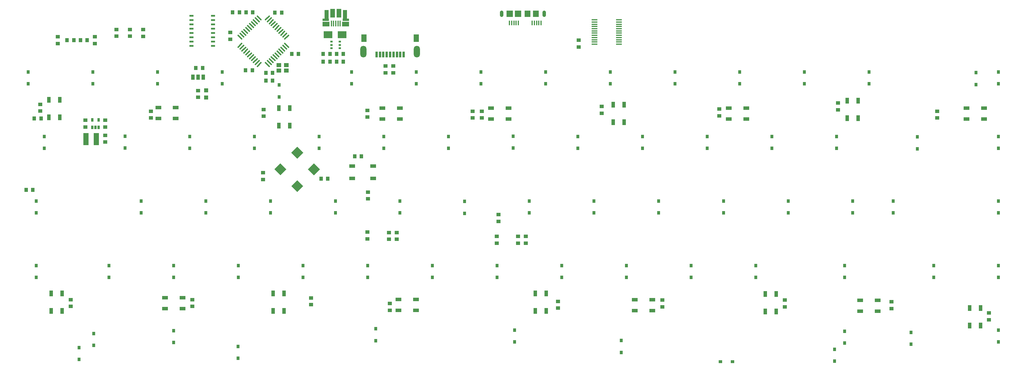
<source format=gbp>
G04 #@! TF.FileFunction,Paste,Bot*
%FSLAX46Y46*%
G04 Gerber Fmt 4.6, Leading zero omitted, Abs format (unit mm)*
G04 Created by KiCad (PCBNEW 4.0.1-stable) date 5/21/2016 1:06:22 AM*
%MOMM*%
G01*
G04 APERTURE LIST*
%ADD10C,0.150000*%
%ADD11C,0.406400*%
%ADD12R,1.000000X1.250000*%
%ADD13R,0.850900X1.000760*%
%ADD14R,1.000760X0.850900*%
%ADD15R,1.000000X1.651000*%
%ADD16R,1.651000X1.000000*%
%ADD17R,1.250000X1.000000*%
%ADD18O,1.800000X3.500000*%
%ADD19R,0.700000X1.800000*%
%ADD20R,1.640000X2.200000*%
%ADD21R,1.800000X1.900000*%
%ADD22R,0.400000X1.350000*%
%ADD23R,1.900000X1.900000*%
%ADD24O,1.050000X1.900000*%
%ADD25R,2.651760X2.029460*%
%ADD26R,1.500000X3.600000*%
%ADD27R,1.198880X1.198880*%
%ADD28R,1.800000X1.100000*%
%ADD29R,1.750000X0.450000*%
%ADD30R,0.800000X0.550000*%
%ADD31R,1.400000X1.200000*%
%ADD32R,1.143000X0.508000*%
%ADD33R,0.650000X1.060000*%
%ADD34R,1.000000X1.500000*%
%ADD35R,0.400000X1.750000*%
%ADD36R,2.000000X1.400000*%
%ADD37R,1.300000X3.250000*%
%ADD38R,1.825000X0.700000*%
%ADD39R,1.425000X2.500000*%
G04 APERTURE END LIST*
D10*
D11*
X150791924Y-74083924D02*
X149735846Y-73027846D01*
X151357680Y-73518168D02*
X150301602Y-72462090D01*
X151923436Y-72952411D02*
X150867358Y-71896333D01*
X152489192Y-72386655D02*
X151433114Y-71330577D01*
X153054948Y-71820899D02*
X151998870Y-70764821D01*
X153620704Y-71255143D02*
X152564626Y-70199065D01*
X150226168Y-74649680D02*
X149170090Y-73593602D01*
X149660411Y-75215436D02*
X148604333Y-74159358D01*
X149094655Y-75781192D02*
X148038577Y-74725114D01*
X148528899Y-76346948D02*
X147472821Y-75290870D01*
X147963143Y-76912704D02*
X146907065Y-75856626D01*
X158874154Y-82166154D02*
X157818076Y-81110076D01*
X159439910Y-81600398D02*
X158383832Y-80544320D01*
X160005667Y-81034642D02*
X158949589Y-79978564D01*
X160571423Y-80468886D02*
X159515345Y-79412808D01*
X161137179Y-79903130D02*
X160081101Y-78847052D01*
X161702935Y-79337374D02*
X160646857Y-78281296D01*
X158308398Y-82731910D02*
X157252320Y-81675832D01*
X157742642Y-83297667D02*
X156686564Y-82241589D01*
X157176886Y-83863423D02*
X156120808Y-82807345D01*
X156611130Y-84429179D02*
X155555052Y-83373101D01*
X156045374Y-84994935D02*
X154989296Y-83938857D01*
X158874154Y-73027846D02*
X157818076Y-74083924D01*
X150791924Y-81110076D02*
X149735846Y-82166154D01*
X159439910Y-73593602D02*
X158383832Y-74649680D01*
X151357680Y-81675832D02*
X150301602Y-82731910D01*
X151923436Y-82241589D02*
X150867358Y-83297667D01*
X160005667Y-74159358D02*
X158949589Y-75215436D01*
X160571423Y-74725114D02*
X159515345Y-75781192D01*
X152489192Y-82807345D02*
X151433114Y-83863423D01*
X153054948Y-83373101D02*
X151998870Y-84429179D01*
X161137179Y-75290870D02*
X160081101Y-76346948D01*
X161702935Y-75856626D02*
X160646857Y-76912704D01*
X153620704Y-83938857D02*
X152564626Y-84994935D01*
X150226168Y-80544320D02*
X149170090Y-81600398D01*
X158308398Y-72462090D02*
X157252320Y-73518168D01*
X157742642Y-71896333D02*
X156686564Y-72952411D01*
X149660411Y-79978564D02*
X148604333Y-81034642D01*
X149094655Y-79412808D02*
X148038577Y-80468886D01*
X157176886Y-71330577D02*
X156120808Y-72386655D01*
X156611130Y-70764821D02*
X155555052Y-71820899D01*
X148528899Y-78847052D02*
X147472821Y-79903130D01*
X147963143Y-78281296D02*
X146907065Y-79337374D01*
X156045374Y-70199065D02*
X154989296Y-71255143D01*
D12*
X145304000Y-69088000D03*
X147304000Y-69088000D03*
D13*
X159004000Y-90576400D03*
X159004000Y-94076520D03*
X87446100Y-128320800D03*
X87446100Y-124820680D03*
X118403100Y-128320800D03*
X118403100Y-124820680D03*
X137453100Y-128320800D03*
X137453100Y-124820680D03*
X156503100Y-128320800D03*
X156503100Y-124820680D03*
X175569100Y-128320800D03*
X175569100Y-124820680D03*
X194602100Y-128320800D03*
X194602100Y-124820680D03*
X89829100Y-109270800D03*
X89829100Y-105770680D03*
X113640100Y-109200800D03*
X113640100Y-105700680D03*
X132690100Y-109270800D03*
X132690100Y-105770680D03*
X170790100Y-109270800D03*
X170790100Y-105770680D03*
X189836100Y-109270800D03*
X189836100Y-105770680D03*
X85064600Y-90220800D03*
X85064600Y-86720680D03*
X104114600Y-90220800D03*
X104114600Y-86720680D03*
X180315100Y-90220800D03*
X180315100Y-86720680D03*
X142214600Y-90220800D03*
X142214600Y-86720680D03*
X123164600Y-90220800D03*
X123164600Y-86720680D03*
X151740100Y-109270800D03*
X151740100Y-105770680D03*
X100076000Y-171582080D03*
X100076000Y-168081960D03*
X104394000Y-167449500D03*
X104394000Y-163949380D03*
X127914400Y-166611300D03*
X127914400Y-163111180D03*
X146926300Y-171213780D03*
X146926300Y-167713660D03*
X187490100Y-166039800D03*
X187490100Y-162539680D03*
X199365100Y-90220800D03*
X199365100Y-86720680D03*
X87446100Y-147370800D03*
X87446100Y-143870680D03*
X108879100Y-147370800D03*
X108879100Y-143870680D03*
X127927100Y-147370800D03*
X127927100Y-143870680D03*
X146977100Y-147370800D03*
X146977100Y-143870680D03*
X166029100Y-147370800D03*
X166029100Y-143870680D03*
X185077100Y-147370800D03*
X185077100Y-143870680D03*
X204127100Y-147370800D03*
X204127100Y-143870680D03*
X294615100Y-90220800D03*
X294615100Y-86720680D03*
X213652100Y-128447800D03*
X213652100Y-124947680D03*
X232703100Y-128320800D03*
X232703100Y-124820680D03*
X251753600Y-128320800D03*
X251753600Y-124820680D03*
X270803100Y-128320800D03*
X270803100Y-124820680D03*
X289869100Y-128320800D03*
X289869100Y-124820680D03*
X308919100Y-128320800D03*
X308919100Y-124820680D03*
X208919100Y-109270800D03*
X208919100Y-105770680D03*
X227940100Y-109200800D03*
X227940100Y-105700680D03*
X246990100Y-109270800D03*
X246990100Y-105770680D03*
X285090100Y-109270800D03*
X285090100Y-105770680D03*
X304140100Y-109270800D03*
X304140100Y-105770680D03*
X218414600Y-90220800D03*
X218414600Y-86720680D03*
X237464600Y-90220800D03*
X237464600Y-86720680D03*
X313665100Y-90220800D03*
X313665100Y-86720680D03*
X275564600Y-90220800D03*
X275564600Y-86720680D03*
X256514600Y-90220800D03*
X256514600Y-86720680D03*
X266040100Y-109270800D03*
X266040100Y-105770680D03*
X228358700Y-166395400D03*
X228358700Y-162895280D03*
X259803900Y-169519600D03*
X259803900Y-166019480D03*
X322605400Y-172085000D03*
X322605400Y-168584880D03*
D14*
X292493700Y-172250100D03*
X288993580Y-172250100D03*
D13*
X325589900Y-166751000D03*
X325589900Y-163250880D03*
X223179100Y-147370800D03*
X223179100Y-143870680D03*
X242229100Y-147370800D03*
X242229100Y-143870680D03*
X261277100Y-147370800D03*
X261277100Y-143870680D03*
X280327100Y-147370800D03*
X280327100Y-143870680D03*
X299379100Y-147370800D03*
X299379100Y-143870680D03*
X325571100Y-147370800D03*
X325571100Y-143870680D03*
X351765100Y-147370800D03*
X351765100Y-143870680D03*
X323190100Y-109270800D03*
X323190100Y-105770680D03*
X370815100Y-147370800D03*
X370815100Y-143870680D03*
X370815100Y-90220800D03*
X370815100Y-86720680D03*
X364248700Y-90436700D03*
X364248700Y-86936580D03*
X370815100Y-109270800D03*
X370815100Y-105770680D03*
X346992100Y-109397800D03*
X346992100Y-105897680D03*
X370815100Y-128320800D03*
X370815100Y-124820680D03*
X339869100Y-128320800D03*
X339869100Y-124820680D03*
X332719100Y-90220800D03*
X332719100Y-86720680D03*
X370815100Y-166420800D03*
X370815100Y-162920680D03*
X345109800Y-167068500D03*
X345109800Y-163568380D03*
X327919100Y-128320800D03*
X327919100Y-124820680D03*
D15*
X91237000Y-94959000D03*
X91237000Y-100113000D03*
X94437000Y-100113000D03*
X94437000Y-94959000D03*
D16*
X128577000Y-97206000D03*
X123423000Y-97206000D03*
X123423000Y-100406000D03*
X128577000Y-100406000D03*
D15*
X158928000Y-97372000D03*
X158928000Y-102526000D03*
X162128000Y-102526000D03*
X162128000Y-97372000D03*
D16*
X194577000Y-97400000D03*
X189423000Y-97400000D03*
X189423000Y-100600000D03*
X194577000Y-100600000D03*
X194146000Y-157100000D03*
X199300000Y-157100000D03*
X199300000Y-153900000D03*
X194146000Y-153900000D03*
D15*
X160477000Y-157263000D03*
X160477000Y-152109000D03*
X157277000Y-152109000D03*
X157277000Y-157263000D03*
D16*
X125423000Y-156600000D03*
X130577000Y-156600000D03*
X130577000Y-153400000D03*
X125423000Y-153400000D03*
D15*
X95072000Y-157263000D03*
X95072000Y-152109000D03*
X91872000Y-152109000D03*
X91872000Y-157263000D03*
D16*
X226577000Y-97400000D03*
X221423000Y-97400000D03*
X221423000Y-100600000D03*
X226577000Y-100600000D03*
D15*
X257400000Y-96423000D03*
X257400000Y-101577000D03*
X260600000Y-101577000D03*
X260600000Y-96423000D03*
D16*
X296577000Y-97400000D03*
X291423000Y-97400000D03*
X291423000Y-100600000D03*
X296577000Y-100600000D03*
D15*
X326314000Y-95213000D03*
X326314000Y-100367000D03*
X329514000Y-100367000D03*
X329514000Y-95213000D03*
D16*
X366577000Y-97400000D03*
X361423000Y-97400000D03*
X361423000Y-100600000D03*
X366577000Y-100600000D03*
D15*
X365600000Y-161577000D03*
X365600000Y-156423000D03*
X362400000Y-156423000D03*
X362400000Y-161577000D03*
D16*
X330163000Y-157302000D03*
X335317000Y-157302000D03*
X335317000Y-154102000D03*
X330163000Y-154102000D03*
D15*
X305384000Y-157390000D03*
X305384000Y-152236000D03*
X302184000Y-152236000D03*
X302184000Y-157390000D03*
D16*
X263742000Y-157175000D03*
X268896000Y-157175000D03*
X268896000Y-153975000D03*
X263742000Y-153975000D03*
D15*
X237693000Y-157263000D03*
X237693000Y-152109000D03*
X234493000Y-152109000D03*
X234493000Y-157263000D03*
D12*
X86487000Y-121539000D03*
X84487000Y-121539000D03*
D17*
X216027000Y-100314000D03*
X216027000Y-98314000D03*
X223647000Y-130810000D03*
X223647000Y-128810000D03*
X241173000Y-156448000D03*
X241173000Y-154448000D03*
X271907000Y-156067000D03*
X271907000Y-154067000D03*
X307975000Y-156067000D03*
X307975000Y-154067000D03*
X339344000Y-156575000D03*
X339344000Y-154575000D03*
X368046000Y-159877000D03*
X368046000Y-157877000D03*
X352806000Y-100314000D03*
X352806000Y-98314000D03*
X323596000Y-97901000D03*
X323596000Y-95901000D03*
X288671000Y-99679000D03*
X288671000Y-97679000D03*
X254000000Y-98917000D03*
X254000000Y-96917000D03*
X218694000Y-100314000D03*
X218694000Y-98314000D03*
X97663000Y-155940000D03*
X97663000Y-153940000D03*
X133477000Y-155940000D03*
X133477000Y-153940000D03*
X168402000Y-155432000D03*
X168402000Y-153432000D03*
X191643000Y-157083000D03*
X191643000Y-155083000D03*
X185039000Y-100060000D03*
X185039000Y-98060000D03*
X154432000Y-99806000D03*
X154432000Y-97806000D03*
X121285000Y-100314000D03*
X121285000Y-98314000D03*
X88646000Y-98282000D03*
X88646000Y-96282000D03*
X229362000Y-135271000D03*
X229362000Y-137271000D03*
X247269000Y-77359000D03*
X247269000Y-79359000D03*
D18*
X199600000Y-80700000D03*
X183800000Y-80700000D03*
D19*
X191700000Y-81600000D03*
X192700000Y-81600000D03*
X193700000Y-81600000D03*
X194700000Y-81600000D03*
X195700000Y-81600000D03*
X190700000Y-81600000D03*
X189700000Y-81600000D03*
X188700000Y-81600000D03*
X187700000Y-81600000D03*
D20*
X199370000Y-76700000D03*
X184030000Y-76700000D03*
D21*
X232150000Y-69540000D03*
D22*
X234850000Y-72215000D03*
X235500000Y-72215000D03*
X236150000Y-72215000D03*
X234200000Y-72215000D03*
X233550000Y-72215000D03*
X228150000Y-72215000D03*
X228800000Y-72215000D03*
X229450000Y-72215000D03*
X227500000Y-72215000D03*
X226850000Y-72215000D03*
D23*
X226950000Y-69540000D03*
X229350000Y-69540000D03*
D24*
X224550000Y-69540000D03*
D21*
X234650000Y-69540000D03*
D24*
X237100000Y-69540000D03*
D10*
G36*
X164338000Y-122160514D02*
X162570233Y-120392747D01*
X164338000Y-118624980D01*
X166105767Y-120392747D01*
X164338000Y-122160514D01*
X164338000Y-122160514D01*
G37*
G36*
X169287747Y-117210767D02*
X167519980Y-115443000D01*
X169287747Y-113675233D01*
X171055514Y-115443000D01*
X169287747Y-117210767D01*
X169287747Y-117210767D01*
G37*
G36*
X164338000Y-112261020D02*
X162570233Y-110493253D01*
X164338000Y-108725486D01*
X166105767Y-110493253D01*
X164338000Y-112261020D01*
X164338000Y-112261020D01*
G37*
G36*
X159388253Y-117210767D02*
X157620486Y-115443000D01*
X159388253Y-113675233D01*
X161156020Y-115443000D01*
X159388253Y-117210767D01*
X159388253Y-117210767D01*
G37*
D12*
X175911000Y-83693000D03*
X177911000Y-83693000D03*
X157750000Y-69215000D03*
X159750000Y-69215000D03*
X164703000Y-81407000D03*
X162703000Y-81407000D03*
X149114000Y-86233000D03*
X151114000Y-86233000D03*
D17*
X144653000Y-77073000D03*
X144653000Y-75073000D03*
D12*
X173339000Y-118237000D03*
X171339000Y-118237000D03*
X151241000Y-69088000D03*
X149241000Y-69088000D03*
X102473000Y-77343000D03*
X100473000Y-77343000D03*
X96536000Y-77343000D03*
X98536000Y-77343000D03*
X175911000Y-81407000D03*
X177911000Y-81407000D03*
X155083000Y-89281000D03*
X157083000Y-89281000D03*
X155083000Y-86995000D03*
X157083000Y-86995000D03*
D17*
X101981000Y-100981000D03*
X101981000Y-102981000D03*
X107823000Y-107426000D03*
X107823000Y-105426000D03*
X191389000Y-134128000D03*
X191389000Y-136128000D03*
D25*
X173428660Y-75692000D03*
X177599340Y-75692000D03*
D26*
X102107000Y-106553000D03*
X105157000Y-106553000D03*
D27*
X137541000Y-94267020D03*
X137541000Y-92168980D03*
D12*
X173974000Y-83693000D03*
X171974000Y-83693000D03*
X173974000Y-81407000D03*
X171974000Y-81407000D03*
D17*
X192659000Y-86979000D03*
X192659000Y-84979000D03*
X190373000Y-86979000D03*
X190373000Y-84979000D03*
X185166000Y-124190000D03*
X185166000Y-122190000D03*
D12*
X181245000Y-111633000D03*
X183245000Y-111633000D03*
X88884000Y-100457000D03*
X86884000Y-100457000D03*
D17*
X107823000Y-102981000D03*
X107823000Y-100981000D03*
X185039000Y-134001000D03*
X185039000Y-136001000D03*
X231648000Y-135271000D03*
X231648000Y-137271000D03*
X193675000Y-136128000D03*
X193675000Y-134128000D03*
X223139000Y-137271000D03*
X223139000Y-135271000D03*
X154305000Y-116475000D03*
X154305000Y-118475000D03*
X104775000Y-78343000D03*
X104775000Y-76343000D03*
X93853000Y-76343000D03*
X93853000Y-78343000D03*
X111125000Y-74184000D03*
X111125000Y-76184000D03*
X115062000Y-74184000D03*
X115062000Y-76184000D03*
X118999000Y-74200000D03*
X118999000Y-76200000D03*
X135128000Y-94218000D03*
X135128000Y-92218000D03*
D28*
X186742000Y-114482000D03*
X186742000Y-118182000D03*
X180542000Y-114482000D03*
X180542000Y-118182000D03*
D29*
X251924000Y-78505000D03*
X251924000Y-77855000D03*
X251924000Y-77205000D03*
X251924000Y-76555000D03*
X251924000Y-75905000D03*
X251924000Y-75255000D03*
X251924000Y-74605000D03*
X251924000Y-73955000D03*
X251924000Y-73305000D03*
X251924000Y-72655000D03*
X251924000Y-72005000D03*
X251924000Y-71355000D03*
X259124000Y-71355000D03*
X259124000Y-72005000D03*
X259124000Y-72655000D03*
X259124000Y-73305000D03*
X259124000Y-73955000D03*
X259124000Y-74605000D03*
X259124000Y-75255000D03*
X259124000Y-75905000D03*
X259124000Y-76555000D03*
X259124000Y-77205000D03*
X259124000Y-77855000D03*
X259124000Y-78505000D03*
D30*
X174441000Y-79690000D03*
X174441000Y-78740000D03*
X174441000Y-77790000D03*
X176841000Y-77790000D03*
X176841000Y-78740000D03*
X176841000Y-79690000D03*
D31*
X158920000Y-84671000D03*
X158920000Y-86271000D03*
X161120000Y-86271000D03*
X161120000Y-84671000D03*
D32*
X133223000Y-70104000D03*
X133223000Y-72644000D03*
X133223000Y-73914000D03*
X133223000Y-75184000D03*
X133223000Y-76454000D03*
X133223000Y-77724000D03*
X133223000Y-78994000D03*
X139573000Y-78994000D03*
X139573000Y-77724000D03*
X139573000Y-76454000D03*
X139573000Y-75184000D03*
X139573000Y-73914000D03*
X139573000Y-72644000D03*
X139573000Y-71374000D03*
X139573000Y-70104000D03*
X133223000Y-71374000D03*
D33*
X105852000Y-103081000D03*
X104902000Y-103081000D03*
X103952000Y-103081000D03*
X103952000Y-100881000D03*
X105852000Y-100881000D03*
D12*
X134496300Y-85509100D03*
X136496300Y-85509100D03*
D34*
X135140700Y-88226900D03*
X133640700Y-88226900D03*
X136640700Y-88226900D03*
D35*
X174400000Y-72425000D03*
X175050000Y-72425000D03*
X175700000Y-72425000D03*
X176350000Y-72425000D03*
X177000000Y-72425000D03*
D36*
X172800000Y-72600000D03*
D37*
X178425000Y-70025000D03*
D36*
X178600000Y-72600000D03*
D38*
X178687500Y-71300000D03*
X172712500Y-71300000D03*
D37*
X172975000Y-70025000D03*
D39*
X176662500Y-69350000D03*
X174737500Y-69350000D03*
M02*

</source>
